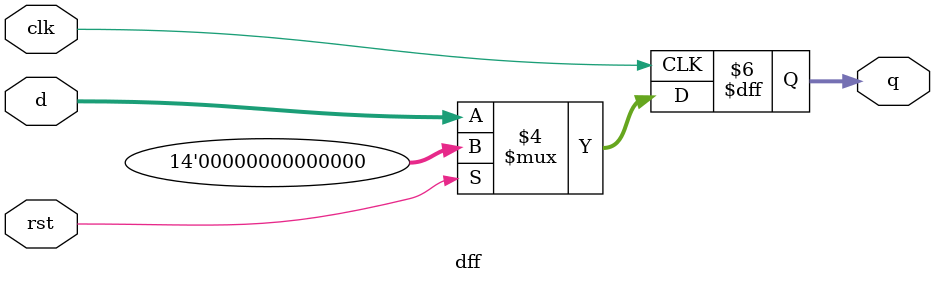
<source format=v>
`timescale 1ns / 1ps

module ma_fir_filter(clk,rst,x,dataout);
    input [13:0]x;
    input clk,rst;
    output [13:0]dataout;
    wire [13:0]d1,d2,d3;
    wire [13:0]m1,m2,m3,m4,m5;
    wire [13:0]d11,d12,d13,d14;
    parameter h0=3'b101;
    parameter h1=3'b100;
    parameter h2=3'b011;
    parameter h3=3'b010;
    parameter h4=3'b001;
    assign m1=x>>h0;
    dff u2(clk,rst,x,d11);
    assign m2=d11>>h1;
    assign d1=m1+m2;
    dff u4(clk,rst,d11,d12);
    assign m3=d12>>h2;
    assign d2=d1+m3;
    dff u6(clk,rst,d12,d13);
    assign m4=d13>>h3;
    assign d3=d2+m4;
    dff u8(clk,rst,d13,d14);
    assign m5=d14>>h4;
    assign dataout=d3+m5;
endmodule

module dff(clk,rst,d,q);// sub module d flipflop
    input clk,rst;
    input [13:0]d;
    output [13:0]q;
    reg [13:0]q;
    always@(posedge clk)
        begin
        if(rst==1)
            begin
                q=0;
            end
        else
            begin
                q=d;
            end
    end
endmodule

</source>
